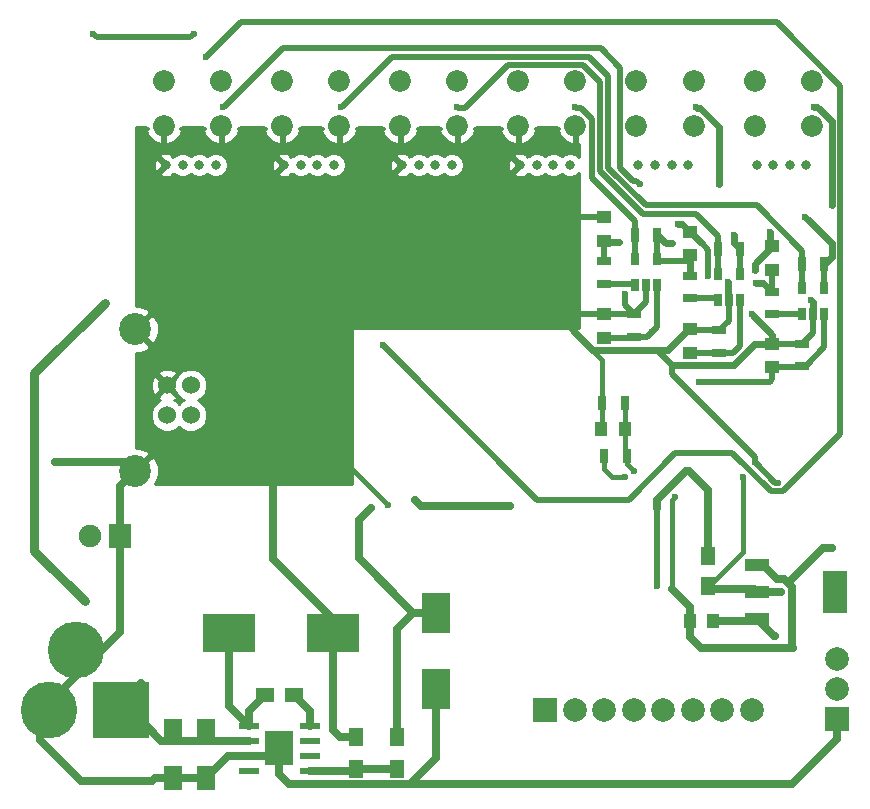
<source format=gbl>
G04 #@! TF.FileFunction,Copper,L2,Bot,Signal*
%FSLAX46Y46*%
G04 Gerber Fmt 4.6, Leading zero omitted, Abs format (unit mm)*
G04 Created by KiCad (PCBNEW 4.0.1-stable) date 17.05.2016 13:35:17*
%MOMM*%
G01*
G04 APERTURE LIST*
%ADD10C,0.100000*%
%ADD11C,4.800600*%
%ADD12R,4.800600X4.800600*%
%ADD13R,0.650000X1.060000*%
%ADD14C,1.524000*%
%ADD15C,2.700020*%
%ADD16O,1.850000X1.850000*%
%ADD17C,0.800000*%
%ADD18R,1.900000X2.000000*%
%ADD19C,1.900000*%
%ADD20R,1.250000X1.000000*%
%ADD21R,1.000000X1.250000*%
%ADD22R,0.700000X1.300000*%
%ADD23R,1.300000X0.700000*%
%ADD24R,2.032000X3.657600*%
%ADD25R,2.032000X1.016000*%
%ADD26R,2.000000X2.000000*%
%ADD27C,2.000000*%
%ADD28R,1.600000X2.000000*%
%ADD29R,1.500000X1.250000*%
%ADD30R,4.500880X3.299460*%
%ADD31R,4.498340X3.299460*%
%ADD32R,1.300000X1.500000*%
%ADD33R,1.778000X0.533400*%
%ADD34R,2.489200X2.997200*%
%ADD35R,2.400300X3.500120*%
%ADD36R,1.250000X1.500000*%
%ADD37C,0.600000*%
%ADD38C,0.700000*%
%ADD39C,0.500000*%
%ADD40C,0.450000*%
%ADD41C,0.600000*%
%ADD42C,0.750000*%
%ADD43C,0.254000*%
G04 APERTURE END LIST*
D10*
D11*
X97750000Y-107750000D03*
D12*
X103846000Y-107750000D03*
D11*
X100036000Y-102670000D03*
D13*
X163400000Y-74250000D03*
X162450000Y-74250000D03*
X161500000Y-74250000D03*
X161500000Y-72050000D03*
X163400000Y-72050000D03*
D14*
X109748980Y-82790000D03*
X109748980Y-80250000D03*
X107750000Y-80250000D03*
X107750000Y-82790000D03*
D15*
X105049980Y-87519480D03*
X105049980Y-75520520D03*
D16*
X127480000Y-58340000D03*
X127480000Y-54500000D03*
X132320000Y-54500000D03*
D17*
X131850000Y-61610000D03*
X130450000Y-61610000D03*
X129050000Y-61610000D03*
D16*
X132320000Y-58340000D03*
D17*
X127650000Y-61610000D03*
D16*
X147480000Y-58340000D03*
X147480000Y-54500000D03*
X152320000Y-54500000D03*
D17*
X151850000Y-61610000D03*
X150450000Y-61610000D03*
X149050000Y-61610000D03*
D16*
X152320000Y-58340000D03*
D17*
X147650000Y-61610000D03*
D16*
X157480000Y-58340000D03*
X157480000Y-54500000D03*
X162320000Y-54500000D03*
D17*
X161850000Y-61610000D03*
X160450000Y-61610000D03*
X159050000Y-61610000D03*
D16*
X162320000Y-58340000D03*
D17*
X157650000Y-61610000D03*
D16*
X137480000Y-58340000D03*
X137480000Y-54500000D03*
X142320000Y-54500000D03*
D17*
X141850000Y-61610000D03*
X140450000Y-61610000D03*
X139050000Y-61610000D03*
D16*
X142320000Y-58340000D03*
D17*
X137650000Y-61610000D03*
D16*
X117480000Y-58340000D03*
X117480000Y-54500000D03*
X122320000Y-54500000D03*
D17*
X121850000Y-61610000D03*
X120450000Y-61610000D03*
X119050000Y-61610000D03*
D16*
X122320000Y-58340000D03*
D17*
X117650000Y-61610000D03*
D16*
X107480000Y-58340000D03*
X107480000Y-54500000D03*
X112320000Y-54500000D03*
D17*
X111850000Y-61610000D03*
X110450000Y-61610000D03*
X109050000Y-61610000D03*
D16*
X112320000Y-58340000D03*
D17*
X107650000Y-61610000D03*
D18*
X103750000Y-93000000D03*
D19*
X101210000Y-93000000D03*
D20*
X152000000Y-75500000D03*
X152000000Y-77500000D03*
D21*
X152000000Y-100250000D03*
X154000000Y-100250000D03*
X144500000Y-84000000D03*
X146500000Y-84000000D03*
D20*
X152000000Y-67250000D03*
X152000000Y-69250000D03*
X159000000Y-76750000D03*
X159000000Y-78750000D03*
X144750000Y-74250000D03*
X144750000Y-76250000D03*
X159000000Y-68500000D03*
X159000000Y-70500000D03*
X144750000Y-66000000D03*
X144750000Y-68000000D03*
D22*
X144600000Y-81750000D03*
X146500000Y-81750000D03*
X144750000Y-86250000D03*
X146650000Y-86250000D03*
D23*
X154500000Y-75600000D03*
X154500000Y-77500000D03*
X152000000Y-71000000D03*
X152000000Y-72900000D03*
D22*
X156250000Y-68750000D03*
X154350000Y-68750000D03*
D23*
X161500000Y-76750000D03*
X161500000Y-78650000D03*
X147250000Y-74250000D03*
X147250000Y-76150000D03*
X159000000Y-72350000D03*
X159000000Y-74250000D03*
D22*
X163400000Y-70000000D03*
X161500000Y-70000000D03*
D23*
X144750000Y-69750000D03*
X144750000Y-71650000D03*
D22*
X149250000Y-67500000D03*
X147350000Y-67500000D03*
D24*
X164250000Y-97750000D03*
D25*
X157646000Y-97750000D03*
X157646000Y-95464000D03*
X157646000Y-100036000D03*
D13*
X156250000Y-73000000D03*
X155300000Y-73000000D03*
X154350000Y-73000000D03*
X154350000Y-70800000D03*
X156250000Y-70800000D03*
X149250000Y-71750000D03*
X148300000Y-71750000D03*
X147350000Y-71750000D03*
X147350000Y-69550000D03*
X149250000Y-69550000D03*
D26*
X139737000Y-107750000D03*
D27*
X142250000Y-107750000D03*
X144750000Y-107750000D03*
X147250000Y-107750000D03*
X149750000Y-107750000D03*
X152250000Y-107750000D03*
X154750000Y-107750000D03*
X157250000Y-107750000D03*
D26*
X164500000Y-108500000D03*
D27*
X164500000Y-105960000D03*
X164500000Y-103460000D03*
D28*
X108250000Y-109500000D03*
X108250000Y-113500000D03*
X111000000Y-109500000D03*
X111000000Y-113500000D03*
D29*
X116000000Y-106500000D03*
X118500000Y-106500000D03*
D30*
X113000000Y-101250000D03*
D31*
X121798560Y-101250000D03*
D32*
X127250000Y-112750000D03*
X127250000Y-110050000D03*
X123750000Y-110050000D03*
X123750000Y-112750000D03*
D33*
X119815400Y-109095000D03*
X119815400Y-110365000D03*
X119815400Y-111635000D03*
X119815400Y-112905000D03*
X114684600Y-112905000D03*
X114684600Y-111635000D03*
X114684600Y-110365000D03*
X114684600Y-109095000D03*
D34*
X117250000Y-111000000D03*
D35*
X130500000Y-99500000D03*
X130500000Y-106002400D03*
D36*
X153500000Y-97250000D03*
X153500000Y-94750000D03*
D37*
X121798560Y-108500000D03*
X159250000Y-101500000D03*
X149250000Y-90679856D03*
X149250000Y-97279992D03*
X153524998Y-71000000D03*
X159500000Y-88500000D03*
X157500000Y-86750000D03*
X162250000Y-73000000D03*
X157250000Y-74250000D03*
X155250000Y-71500000D03*
X157500000Y-70500000D03*
X158750000Y-67250000D03*
X150978858Y-66603439D03*
X146500000Y-72500000D03*
X113750000Y-82000000D03*
X113750000Y-74250000D03*
X98250000Y-86750000D03*
X116750000Y-91500000D03*
X126425020Y-90385409D03*
X116750000Y-95000000D03*
X116750000Y-95000000D03*
X153250000Y-77500000D03*
X147250000Y-87500000D03*
X152750000Y-80000000D03*
X148800000Y-75750000D03*
X127250000Y-100849850D03*
X127250000Y-108575000D03*
X125000000Y-90650000D03*
X164000000Y-94000000D03*
X146500000Y-88000000D03*
X150750000Y-89750000D03*
X150500000Y-97500000D03*
X161750000Y-66000000D03*
X164000000Y-68250000D03*
X157565693Y-71565693D03*
X155750000Y-67500000D03*
X150500000Y-68200000D03*
X146010000Y-68160000D03*
X128750000Y-89950000D03*
X136750000Y-90500000D03*
X159750000Y-97750000D03*
X156500000Y-88000000D03*
X112500000Y-56664660D03*
X147750000Y-63250000D03*
X122500000Y-56664660D03*
X142250000Y-56664660D03*
X132250000Y-56664660D03*
X152500000Y-56664660D03*
X154500000Y-63250000D03*
X162500000Y-56664660D03*
X164000000Y-65000000D03*
X111000000Y-52500000D03*
X126000000Y-76850000D03*
X110000000Y-50500000D03*
X101500000Y-50500000D03*
X100750000Y-98500000D03*
X102500000Y-73250000D03*
D38*
X149250000Y-90679856D02*
X149250000Y-89991998D01*
X149250000Y-89991998D02*
X151692058Y-87549940D01*
X151692058Y-87549940D02*
X151899570Y-87549940D01*
X151899570Y-87549940D02*
X153500000Y-89150370D01*
X153500000Y-89150370D02*
X153500000Y-92502040D01*
X153500000Y-92502040D02*
X153500000Y-94750000D01*
X121798560Y-101250000D02*
X121798560Y-108500000D01*
X121798560Y-108500000D02*
X121798560Y-109448560D01*
X114684600Y-111635000D02*
X116615000Y-111635000D01*
X116615000Y-111635000D02*
X117250000Y-111000000D01*
X164500000Y-108500000D02*
X164500000Y-110200000D01*
X164500000Y-110200000D02*
X160649999Y-114050001D01*
X160649999Y-114050001D02*
X128290001Y-114050001D01*
X130500000Y-106002400D02*
X130500000Y-111840002D01*
X130500000Y-111840002D02*
X128290001Y-114050001D01*
X128290001Y-114050001D02*
X118101401Y-114050001D01*
X118101401Y-114050001D02*
X117250000Y-113198600D01*
X117250000Y-113198600D02*
X117250000Y-111000000D01*
X121798560Y-109448560D02*
X122400000Y-110050000D01*
X122400000Y-110050000D02*
X123750000Y-110050000D01*
X99404000Y-105500000D02*
X103750000Y-101154000D01*
X103750000Y-101154000D02*
X103750000Y-93000000D01*
X121798560Y-100048560D02*
X116750000Y-95000000D01*
X159250000Y-101500000D02*
X159110000Y-101500000D01*
X159110000Y-101500000D02*
X157646000Y-100036000D01*
D39*
X149250000Y-97279992D02*
X149250000Y-90679856D01*
X153524998Y-68774998D02*
X153524998Y-71000000D01*
X153000000Y-68250000D02*
X153524998Y-68774998D01*
D40*
X144600000Y-81750000D02*
X144600000Y-78100000D01*
X144600000Y-78100000D02*
X143750001Y-77250001D01*
X144600000Y-81750000D02*
X144600000Y-83900000D01*
X144600000Y-83900000D02*
X144500000Y-84000000D01*
D38*
X157432000Y-100250000D02*
X157646000Y-100036000D01*
D39*
X159500000Y-88500000D02*
X159250000Y-88500000D01*
X159250000Y-88500000D02*
X157500000Y-86750000D01*
X157500000Y-86750000D02*
X157500000Y-86325736D01*
X157500000Y-86325736D02*
X150500000Y-79325736D01*
X150500000Y-79325736D02*
X150500000Y-78500001D01*
D41*
X150124999Y-77250001D02*
X149250000Y-77250001D01*
X149250000Y-77250001D02*
X143750001Y-77250001D01*
X159000000Y-76750000D02*
X157460674Y-76750000D01*
X157460674Y-76750000D02*
X155710673Y-78500001D01*
X155710673Y-78500001D02*
X150500000Y-78500001D01*
X150500000Y-78500001D02*
X149250000Y-77250001D01*
X143750001Y-77250001D02*
X142000000Y-75500000D01*
X152000000Y-75500000D02*
X151875000Y-75500000D01*
X151875000Y-75500000D02*
X150124999Y-77250001D01*
X162250000Y-73000000D02*
X162450000Y-73200000D01*
X162450000Y-73200000D02*
X162450000Y-74250000D01*
X159000000Y-76750000D02*
X159000000Y-76000000D01*
X159000000Y-76000000D02*
X157250000Y-74250000D01*
X155250000Y-71500000D02*
X155250000Y-72950000D01*
X155250000Y-72950000D02*
X155300000Y-73000000D01*
X157500000Y-70500000D02*
X157500000Y-70000000D01*
X157500000Y-70000000D02*
X159000000Y-68500000D01*
X158750000Y-67250000D02*
X158750000Y-68250000D01*
X158750000Y-68250000D02*
X159000000Y-68500000D01*
X150978858Y-66603439D02*
X151353439Y-66603439D01*
X151353439Y-66603439D02*
X152000000Y-67250000D01*
X153000000Y-68250000D02*
X152000000Y-67250000D01*
D39*
X146500000Y-72500000D02*
X146500000Y-73500000D01*
X146500000Y-73500000D02*
X147250000Y-74250000D01*
X161500000Y-76750000D02*
X162450000Y-75800000D01*
X162450000Y-75800000D02*
X162450000Y-74250000D01*
X159000000Y-76750000D02*
X161500000Y-76750000D01*
X154500000Y-75600000D02*
X152100000Y-75600000D01*
X152100000Y-75600000D02*
X152000000Y-75500000D01*
X155300000Y-73000000D02*
X155300000Y-74800000D01*
X155300000Y-74800000D02*
X154500000Y-75600000D01*
X148300000Y-71750000D02*
X148300000Y-73200000D01*
X148300000Y-73200000D02*
X147250000Y-74250000D01*
X144750000Y-74250000D02*
X142500000Y-74250000D01*
X147250000Y-74250000D02*
X144750000Y-74250000D01*
X144750000Y-66000000D02*
X142250000Y-66000000D01*
D38*
X98250000Y-86750000D02*
X104280500Y-86750000D01*
X104280500Y-86750000D02*
X105049980Y-87519480D01*
X116750000Y-95000000D02*
X116750000Y-91500000D01*
X116750000Y-91500000D02*
X116750000Y-88000000D01*
X103750000Y-93000000D02*
X103750000Y-88819460D01*
X103750000Y-88819460D02*
X105049980Y-87519480D01*
D40*
X126125021Y-90085410D02*
X126425020Y-90385409D01*
X123250000Y-87210389D02*
X126125021Y-90085410D01*
X123250000Y-87000000D02*
X123250000Y-87210389D01*
D38*
X116750000Y-87750000D02*
X116750000Y-88000000D01*
X100493554Y-113750000D02*
X106500000Y-113750000D01*
X106500000Y-113750000D02*
X106750000Y-113500000D01*
X106750000Y-113500000D02*
X108250000Y-113500000D01*
X99404000Y-105500000D02*
X97003701Y-107900299D01*
X97003701Y-107900299D02*
X97003701Y-110260147D01*
X97003701Y-110260147D02*
X100493554Y-113750000D01*
X111000000Y-113500000D02*
X112865000Y-111635000D01*
X112865000Y-111635000D02*
X114684600Y-111635000D01*
X108250000Y-113500000D02*
X111000000Y-113500000D01*
X154000000Y-100250000D02*
X157432000Y-100250000D01*
D39*
X152000000Y-77500000D02*
X153250000Y-77500000D01*
X153250000Y-77500000D02*
X154500000Y-77500000D01*
X154500000Y-77500000D02*
X155650000Y-77500000D01*
X155650000Y-77500000D02*
X156250000Y-76900000D01*
X156250000Y-76900000D02*
X156250000Y-74030000D01*
X156250000Y-74030000D02*
X156250000Y-73000000D01*
D40*
X146500000Y-81750000D02*
X146500000Y-84000000D01*
X146650000Y-86250000D02*
X146650000Y-86900000D01*
X146650000Y-86900000D02*
X147250000Y-87500000D01*
X146500000Y-84000000D02*
X146500000Y-86100000D01*
X146500000Y-86100000D02*
X146650000Y-86250000D01*
D39*
X152750000Y-80000000D02*
X158750000Y-80000000D01*
X158750000Y-80000000D02*
X159000000Y-79750000D01*
X159000000Y-79750000D02*
X159000000Y-78750000D01*
X161500000Y-78650000D02*
X161800000Y-78650000D01*
X161800000Y-78650000D02*
X163400000Y-77050000D01*
X163400000Y-77050000D02*
X163400000Y-75280000D01*
X163400000Y-75280000D02*
X163400000Y-74250000D01*
X159000000Y-78750000D02*
X161400000Y-78750000D01*
X161400000Y-78750000D02*
X161500000Y-78650000D01*
X148400000Y-76150000D02*
X148800000Y-75750000D01*
X148800000Y-75750000D02*
X149250000Y-75300000D01*
X147250000Y-76150000D02*
X148400000Y-76150000D01*
X149250000Y-75300000D02*
X149250000Y-72780000D01*
X149250000Y-72780000D02*
X149250000Y-71750000D01*
X144750000Y-76250000D02*
X147150000Y-76250000D01*
X147150000Y-76250000D02*
X147250000Y-76150000D01*
X152000000Y-72900000D02*
X154250000Y-72900000D01*
X154250000Y-72900000D02*
X154350000Y-73000000D01*
X159000000Y-74250000D02*
X161500000Y-74250000D01*
X144750000Y-71650000D02*
X147250000Y-71650000D01*
X147250000Y-71650000D02*
X147350000Y-71750000D01*
D38*
X124000000Y-94900150D02*
X124000000Y-91650000D01*
X124000000Y-91650000D02*
X125000000Y-90650000D01*
X128599850Y-99500000D02*
X124000000Y-94900150D01*
X127250000Y-110000000D02*
X127250000Y-100849850D01*
X127250000Y-100849850D02*
X128599850Y-99500000D01*
X128599850Y-99500000D02*
X130500000Y-99500000D01*
X160650010Y-97377204D02*
X160272806Y-97000000D01*
X160272806Y-97000000D02*
X159944806Y-96672000D01*
X164000000Y-94000000D02*
X163272806Y-94000000D01*
X163272806Y-94000000D02*
X160272806Y-97000000D01*
X160750000Y-102500000D02*
X160650010Y-102400010D01*
X160650010Y-102400010D02*
X160650010Y-97377204D01*
X159944806Y-96672000D02*
X159362000Y-96672000D01*
X152925000Y-102500000D02*
X160750000Y-102500000D01*
X152000000Y-100250000D02*
X152000000Y-101575000D01*
X152000000Y-101575000D02*
X152925000Y-102500000D01*
D41*
X152000000Y-69250000D02*
X152000000Y-71000000D01*
D40*
X145400000Y-88000000D02*
X146500000Y-88000000D01*
X144750000Y-86250000D02*
X144750000Y-87350000D01*
X144750000Y-87350000D02*
X145400000Y-88000000D01*
X150500000Y-97500000D02*
X150500000Y-90000000D01*
X150500000Y-90000000D02*
X150750000Y-89750000D01*
D38*
X152000000Y-100250000D02*
X152000000Y-99000000D01*
X152000000Y-99000000D02*
X150500000Y-97500000D01*
X152000000Y-100250000D02*
X152000000Y-100375000D01*
X159362000Y-96672000D02*
X158154000Y-95464000D01*
X158154000Y-95464000D02*
X157646000Y-95464000D01*
D41*
X161750000Y-66000000D02*
X164000000Y-68250000D01*
X164000000Y-68250000D02*
X164000000Y-69400000D01*
X164000000Y-69400000D02*
X163400000Y-70000000D01*
X157565693Y-71565693D02*
X158215693Y-71565693D01*
X158215693Y-71565693D02*
X159000000Y-72350000D01*
X155750000Y-67500000D02*
X155750000Y-68250000D01*
X155750000Y-68250000D02*
X156250000Y-68750000D01*
X150500000Y-68200000D02*
X149950000Y-68200000D01*
X149950000Y-68200000D02*
X149250000Y-67500000D01*
X146010000Y-68160000D02*
X144910000Y-68160000D01*
X144910000Y-68160000D02*
X144750000Y-68000000D01*
D39*
X163400000Y-72050000D02*
X163400000Y-70000000D01*
X159000000Y-70500000D02*
X159000000Y-72250000D01*
X156250000Y-70800000D02*
X156250000Y-68750000D01*
X152000000Y-69750000D02*
X150250000Y-69750000D01*
X150250000Y-69750000D02*
X149450000Y-69750000D01*
X149450000Y-69750000D02*
X149250000Y-69550000D01*
X149250000Y-67500000D02*
X149250000Y-69550000D01*
X144750000Y-68000000D02*
X144750000Y-69750000D01*
D38*
X129250000Y-90500000D02*
X128750000Y-90000000D01*
X128750000Y-90000000D02*
X128750000Y-89950000D01*
X136750000Y-90500000D02*
X129250000Y-90500000D01*
X159750000Y-97750000D02*
X157646000Y-97750000D01*
D40*
X153250000Y-97500000D02*
X153375000Y-97500000D01*
X156500000Y-94375000D02*
X156500000Y-94140002D01*
X153375000Y-97500000D02*
X156500000Y-94375000D01*
X156500000Y-94140002D02*
X156500000Y-88000000D01*
D38*
X153250000Y-97500000D02*
X157396000Y-97500000D01*
X157396000Y-97500000D02*
X157646000Y-97750000D01*
D39*
X117525023Y-51724977D02*
X112585340Y-56664660D01*
X112585340Y-56664660D02*
X112500000Y-56664660D01*
X146104999Y-53354999D02*
X144474977Y-51724977D01*
X144474977Y-51724977D02*
X117525023Y-51724977D01*
X147199966Y-62949966D02*
X146104999Y-61854999D01*
X146104999Y-61854999D02*
X146104999Y-53354999D01*
X147750000Y-63250000D02*
X147449966Y-62949966D01*
X147449966Y-62949966D02*
X147199966Y-62949966D01*
X161500000Y-70000000D02*
X161500000Y-68850000D01*
X126825012Y-52424988D02*
X122585340Y-56664660D01*
X161500000Y-68850000D02*
X157650000Y-65000000D01*
X157650000Y-65000000D02*
X148250000Y-65000000D01*
X143424988Y-52424988D02*
X126825012Y-52424988D01*
X148250000Y-65000000D02*
X145095021Y-61845021D01*
X145095021Y-61845021D02*
X145095022Y-54095022D01*
X145095022Y-54095022D02*
X143424988Y-52424988D01*
X122585340Y-56664660D02*
X122500000Y-56664660D01*
X161500000Y-70000000D02*
X161500000Y-72050000D01*
X147350000Y-67500000D02*
X147350000Y-69550000D01*
X143695001Y-61195001D02*
X143695001Y-61000000D01*
X143695001Y-61000000D02*
X143695001Y-57679999D01*
X147350000Y-67500000D02*
X147350000Y-66350000D01*
X147350000Y-66350000D02*
X143695001Y-62695001D01*
X143695001Y-62695001D02*
X143695001Y-61000000D01*
X142335340Y-56750000D02*
X142250000Y-56664660D01*
X142765002Y-56750000D02*
X142335340Y-56750000D01*
X143695001Y-57679999D02*
X142765002Y-56750000D01*
X154350000Y-68750000D02*
X154350000Y-67600000D01*
X154350000Y-67600000D02*
X152500000Y-65750000D01*
X152500000Y-65750000D02*
X148000000Y-65750000D01*
X136625001Y-53124999D02*
X133000000Y-56750000D01*
X148000000Y-65750000D02*
X144395011Y-62145011D01*
X144395011Y-54540009D02*
X142980001Y-53124999D01*
X144395011Y-62145011D02*
X144395011Y-54540009D01*
X142980001Y-53124999D02*
X136625001Y-53124999D01*
X133000000Y-56750000D02*
X132335340Y-56750000D01*
X132335340Y-56750000D02*
X132250000Y-56664660D01*
X154350000Y-70800000D02*
X154350000Y-68750000D01*
D41*
X152839002Y-56750000D02*
X152585340Y-56750000D01*
X152585340Y-56750000D02*
X152500000Y-56664660D01*
X154500000Y-63250000D02*
X154500000Y-58410998D01*
X154500000Y-58410998D02*
X152839002Y-56750000D01*
X164000000Y-65000000D02*
X164000000Y-57910998D01*
X164000000Y-57910998D02*
X162753662Y-56664660D01*
X162753662Y-56664660D02*
X162500000Y-56664660D01*
D39*
X164750010Y-54895008D02*
X159355002Y-49500000D01*
X126000000Y-76850000D02*
X139079855Y-89929855D01*
X139079855Y-89929855D02*
X146820145Y-89929855D01*
X146820145Y-89929855D02*
X150750000Y-86000000D01*
X150750000Y-86000000D02*
X155610002Y-86000000D01*
X155610002Y-86000000D02*
X158860003Y-89250001D01*
X158860003Y-89250001D02*
X159860001Y-89250001D01*
X159860001Y-89250001D02*
X164750010Y-84359992D01*
X164750010Y-84359992D02*
X164750010Y-54895008D01*
X159355002Y-49500000D02*
X114000000Y-49500000D01*
X114000000Y-49500000D02*
X111000000Y-52500000D01*
X109700001Y-50799999D02*
X110000000Y-50500000D01*
X101500000Y-50500000D02*
X101799999Y-50799999D01*
X101799999Y-50799999D02*
X109700001Y-50799999D01*
D38*
X105500000Y-105500000D02*
X105500000Y-108600300D01*
X105500000Y-108600300D02*
X107264700Y-110365000D01*
X107264700Y-110365000D02*
X113095600Y-110365000D01*
X113095600Y-110365000D02*
X114684600Y-110365000D01*
X114684600Y-109095000D02*
X114684600Y-107815400D01*
X114684600Y-107815400D02*
X116000000Y-106500000D01*
X113000000Y-104000000D02*
X113000000Y-101250000D01*
X113000000Y-104000000D02*
X113000000Y-107410400D01*
X113000000Y-107410400D02*
X114684600Y-109095000D01*
X119815400Y-109095000D02*
X119815400Y-107815400D01*
X119815400Y-107815400D02*
X118500000Y-106500000D01*
X123750000Y-112750000D02*
X127200000Y-112750000D01*
X127200000Y-112750000D02*
X127250000Y-112700000D01*
X119815400Y-112905000D02*
X123595000Y-112905000D01*
X123595000Y-112905000D02*
X123750000Y-112750000D01*
D42*
X96500000Y-79250000D02*
X96500000Y-94250000D01*
X96500000Y-94250000D02*
X100750000Y-98500000D01*
X102500000Y-73250000D02*
X96500000Y-79250000D01*
D43*
G36*
X105920000Y-58467002D02*
X106084516Y-58467002D01*
X105964188Y-58708664D01*
X106147466Y-59151161D01*
X106559317Y-59599354D01*
X107111334Y-59855821D01*
X107353000Y-59736081D01*
X107353000Y-58467000D01*
X107333000Y-58467000D01*
X107333000Y-58377000D01*
X107627000Y-58377000D01*
X107627000Y-58467000D01*
X107607000Y-58467000D01*
X107607000Y-59736081D01*
X107848666Y-59855821D01*
X108400683Y-59599354D01*
X108812534Y-59151161D01*
X108995812Y-58708664D01*
X108875484Y-58467002D01*
X109040000Y-58467002D01*
X109040000Y-58377000D01*
X110760000Y-58377000D01*
X110760000Y-58467002D01*
X110924516Y-58467002D01*
X110804188Y-58708664D01*
X110987466Y-59151161D01*
X111399317Y-59599354D01*
X111951334Y-59855821D01*
X112193000Y-59736081D01*
X112193000Y-58467000D01*
X112173000Y-58467000D01*
X112173000Y-58377000D01*
X112467000Y-58377000D01*
X112467000Y-58467000D01*
X112447000Y-58467000D01*
X112447000Y-59736081D01*
X112688666Y-59855821D01*
X113240683Y-59599354D01*
X113652534Y-59151161D01*
X113835812Y-58708664D01*
X113715484Y-58467002D01*
X113880000Y-58467002D01*
X113880000Y-58377000D01*
X115920000Y-58377000D01*
X115920000Y-58467002D01*
X116084516Y-58467002D01*
X115964188Y-58708664D01*
X116147466Y-59151161D01*
X116559317Y-59599354D01*
X117111334Y-59855821D01*
X117353000Y-59736081D01*
X117353000Y-58467000D01*
X117333000Y-58467000D01*
X117333000Y-58377000D01*
X117627000Y-58377000D01*
X117627000Y-58467000D01*
X117607000Y-58467000D01*
X117607000Y-59736081D01*
X117848666Y-59855821D01*
X118400683Y-59599354D01*
X118812534Y-59151161D01*
X118995812Y-58708664D01*
X118875484Y-58467002D01*
X119040000Y-58467002D01*
X119040000Y-58377000D01*
X120760000Y-58377000D01*
X120760000Y-58467002D01*
X120924516Y-58467002D01*
X120804188Y-58708664D01*
X120987466Y-59151161D01*
X121399317Y-59599354D01*
X121951334Y-59855821D01*
X122193000Y-59736081D01*
X122193000Y-58467000D01*
X122173000Y-58467000D01*
X122173000Y-58377000D01*
X122467000Y-58377000D01*
X122467000Y-58467000D01*
X122447000Y-58467000D01*
X122447000Y-59736081D01*
X122688666Y-59855821D01*
X123240683Y-59599354D01*
X123652534Y-59151161D01*
X123835812Y-58708664D01*
X123715484Y-58467002D01*
X123880000Y-58467002D01*
X123880000Y-58377000D01*
X125920000Y-58377000D01*
X125920000Y-58467002D01*
X126084516Y-58467002D01*
X125964188Y-58708664D01*
X126147466Y-59151161D01*
X126559317Y-59599354D01*
X127111334Y-59855821D01*
X127353000Y-59736081D01*
X127353000Y-58467000D01*
X127333000Y-58467000D01*
X127333000Y-58377000D01*
X127627000Y-58377000D01*
X127627000Y-58467000D01*
X127607000Y-58467000D01*
X127607000Y-59736081D01*
X127848666Y-59855821D01*
X128400683Y-59599354D01*
X128812534Y-59151161D01*
X128995812Y-58708664D01*
X128875484Y-58467002D01*
X129040000Y-58467002D01*
X129040000Y-58377000D01*
X130760000Y-58377000D01*
X130760000Y-58467002D01*
X130924516Y-58467002D01*
X130804188Y-58708664D01*
X130987466Y-59151161D01*
X131399317Y-59599354D01*
X131951334Y-59855821D01*
X132193000Y-59736081D01*
X132193000Y-58467000D01*
X132173000Y-58467000D01*
X132173000Y-58377000D01*
X132467000Y-58377000D01*
X132467000Y-58467000D01*
X132447000Y-58467000D01*
X132447000Y-59736081D01*
X132688666Y-59855821D01*
X133240683Y-59599354D01*
X133652534Y-59151161D01*
X133835812Y-58708664D01*
X133715484Y-58467002D01*
X133880000Y-58467002D01*
X133880000Y-58377000D01*
X135920000Y-58377000D01*
X135920000Y-58467002D01*
X136084516Y-58467002D01*
X135964188Y-58708664D01*
X136147466Y-59151161D01*
X136559317Y-59599354D01*
X137111334Y-59855821D01*
X137353000Y-59736081D01*
X137353000Y-58467000D01*
X137333000Y-58467000D01*
X137333000Y-58377000D01*
X137627000Y-58377000D01*
X137627000Y-58467000D01*
X137607000Y-58467000D01*
X137607000Y-59736081D01*
X137848666Y-59855821D01*
X138400683Y-59599354D01*
X138812534Y-59151161D01*
X138995812Y-58708664D01*
X138875484Y-58467002D01*
X139040000Y-58467002D01*
X139040000Y-58377000D01*
X140760000Y-58377000D01*
X140760000Y-58467002D01*
X140924516Y-58467002D01*
X140804188Y-58708664D01*
X140987466Y-59151161D01*
X141399317Y-59599354D01*
X141951334Y-59855821D01*
X142193000Y-59736081D01*
X142193000Y-58467000D01*
X142173000Y-58467000D01*
X142173000Y-58377000D01*
X142467000Y-58377000D01*
X142467000Y-58467000D01*
X142447000Y-58467000D01*
X142447000Y-59736081D01*
X142623000Y-59823285D01*
X142623000Y-60919360D01*
X142437046Y-60733081D01*
X142056777Y-60575180D01*
X141645029Y-60574821D01*
X141264485Y-60732058D01*
X141150056Y-60846288D01*
X141037046Y-60733081D01*
X140656777Y-60575180D01*
X140245029Y-60574821D01*
X139864485Y-60732058D01*
X139750056Y-60846288D01*
X139637046Y-60733081D01*
X139256777Y-60575180D01*
X138845029Y-60574821D01*
X138464485Y-60732058D01*
X138362617Y-60833749D01*
X138304630Y-60775762D01*
X138187745Y-60892647D01*
X138163023Y-60687820D01*
X137771069Y-60561691D01*
X137360682Y-60595158D01*
X137136977Y-60687820D01*
X137112255Y-60892650D01*
X137650000Y-61430395D01*
X137664143Y-61416253D01*
X137843748Y-61595858D01*
X137829605Y-61610000D01*
X137843748Y-61624143D01*
X137664143Y-61803748D01*
X137650000Y-61789605D01*
X137112255Y-62327350D01*
X137136977Y-62532180D01*
X137528931Y-62658309D01*
X137939318Y-62624842D01*
X138163023Y-62532180D01*
X138187745Y-62327353D01*
X138304630Y-62444238D01*
X138362539Y-62386329D01*
X138462954Y-62486919D01*
X138843223Y-62644820D01*
X139254971Y-62645179D01*
X139635515Y-62487942D01*
X139749944Y-62373712D01*
X139862954Y-62486919D01*
X140243223Y-62644820D01*
X140654971Y-62645179D01*
X141035515Y-62487942D01*
X141149944Y-62373712D01*
X141262954Y-62486919D01*
X141643223Y-62644820D01*
X142054971Y-62645179D01*
X142435515Y-62487942D01*
X142623000Y-62300784D01*
X142623000Y-75373000D01*
X123500000Y-75373000D01*
X123450590Y-75383006D01*
X123408965Y-75411447D01*
X123381685Y-75453841D01*
X123373000Y-75500000D01*
X123373000Y-88623000D01*
X106718067Y-88623000D01*
X106758770Y-88604008D01*
X107043727Y-87867528D01*
X107025154Y-87078060D01*
X106758770Y-86434952D01*
X106455581Y-86293484D01*
X105229585Y-87519480D01*
X105243728Y-87533623D01*
X105127000Y-87650350D01*
X105127000Y-87262855D01*
X106275976Y-86113879D01*
X106134508Y-85810690D01*
X105398028Y-85525733D01*
X105127000Y-85532109D01*
X105127000Y-83066661D01*
X106352758Y-83066661D01*
X106564990Y-83580303D01*
X106957630Y-83973629D01*
X107470900Y-84186757D01*
X108026661Y-84187242D01*
X108540303Y-83975010D01*
X108749510Y-83766168D01*
X108956610Y-83973629D01*
X109469880Y-84186757D01*
X110025641Y-84187242D01*
X110539283Y-83975010D01*
X110932609Y-83582370D01*
X111145737Y-83069100D01*
X111146222Y-82513339D01*
X110933990Y-81999697D01*
X110541350Y-81606371D01*
X110333468Y-81520051D01*
X110539283Y-81435010D01*
X110932609Y-81042370D01*
X111145737Y-80529100D01*
X111146222Y-79973339D01*
X110933990Y-79459697D01*
X110541350Y-79066371D01*
X110028080Y-78853243D01*
X109472319Y-78852758D01*
X108958677Y-79064990D01*
X108565351Y-79457630D01*
X108454134Y-79725471D01*
X107929605Y-80250000D01*
X108454169Y-80774564D01*
X108563970Y-81040303D01*
X108956610Y-81433629D01*
X109164492Y-81519949D01*
X108958677Y-81604990D01*
X108749470Y-81813832D01*
X108542370Y-81606371D01*
X108350273Y-81526605D01*
X108481143Y-81472397D01*
X108550608Y-81230213D01*
X107750000Y-80429605D01*
X106949392Y-81230213D01*
X107018857Y-81472397D01*
X107159318Y-81522509D01*
X106959697Y-81604990D01*
X106566371Y-81997630D01*
X106353243Y-82510900D01*
X106352758Y-83066661D01*
X105127000Y-83066661D01*
X105127000Y-80042302D01*
X106340856Y-80042302D01*
X106368638Y-80597368D01*
X106527603Y-80981143D01*
X106769787Y-81050608D01*
X107570395Y-80250000D01*
X106769787Y-79449392D01*
X106527603Y-79518857D01*
X106340856Y-80042302D01*
X105127000Y-80042302D01*
X105127000Y-79269787D01*
X106949392Y-79269787D01*
X107750000Y-80070395D01*
X108550608Y-79269787D01*
X108481143Y-79027603D01*
X107957698Y-78840856D01*
X107402632Y-78868638D01*
X107018857Y-79027603D01*
X106949392Y-79269787D01*
X105127000Y-79269787D01*
X105127000Y-77504267D01*
X105491400Y-77495694D01*
X106134508Y-77229310D01*
X106275976Y-76926121D01*
X105127000Y-75777145D01*
X105127000Y-75520520D01*
X105229585Y-75520520D01*
X106455581Y-76746516D01*
X106758770Y-76605048D01*
X107043727Y-75868568D01*
X107025154Y-75079100D01*
X106758770Y-74435992D01*
X106455581Y-74294524D01*
X105229585Y-75520520D01*
X105127000Y-75520520D01*
X105127000Y-75263895D01*
X106275976Y-74114919D01*
X106134508Y-73811730D01*
X105398028Y-73526773D01*
X105127000Y-73533149D01*
X105127000Y-61488931D01*
X106601691Y-61488931D01*
X106635158Y-61899318D01*
X106727820Y-62123023D01*
X106932650Y-62147745D01*
X107470395Y-61610000D01*
X106932650Y-61072255D01*
X106727820Y-61096977D01*
X106601691Y-61488931D01*
X105127000Y-61488931D01*
X105127000Y-60892650D01*
X107112255Y-60892650D01*
X107650000Y-61430395D01*
X107664143Y-61416253D01*
X107843748Y-61595858D01*
X107829605Y-61610000D01*
X107843748Y-61624143D01*
X107664143Y-61803748D01*
X107650000Y-61789605D01*
X107112255Y-62327350D01*
X107136977Y-62532180D01*
X107528931Y-62658309D01*
X107939318Y-62624842D01*
X108163023Y-62532180D01*
X108187745Y-62327353D01*
X108304630Y-62444238D01*
X108362539Y-62386329D01*
X108462954Y-62486919D01*
X108843223Y-62644820D01*
X109254971Y-62645179D01*
X109635515Y-62487942D01*
X109749944Y-62373712D01*
X109862954Y-62486919D01*
X110243223Y-62644820D01*
X110654971Y-62645179D01*
X111035515Y-62487942D01*
X111149944Y-62373712D01*
X111262954Y-62486919D01*
X111643223Y-62644820D01*
X112054971Y-62645179D01*
X112435515Y-62487942D01*
X112726919Y-62197046D01*
X112884820Y-61816777D01*
X112885105Y-61488931D01*
X116601691Y-61488931D01*
X116635158Y-61899318D01*
X116727820Y-62123023D01*
X116932650Y-62147745D01*
X117470395Y-61610000D01*
X116932650Y-61072255D01*
X116727820Y-61096977D01*
X116601691Y-61488931D01*
X112885105Y-61488931D01*
X112885179Y-61405029D01*
X112727942Y-61024485D01*
X112596337Y-60892650D01*
X117112255Y-60892650D01*
X117650000Y-61430395D01*
X117664143Y-61416253D01*
X117843748Y-61595858D01*
X117829605Y-61610000D01*
X117843748Y-61624143D01*
X117664143Y-61803748D01*
X117650000Y-61789605D01*
X117112255Y-62327350D01*
X117136977Y-62532180D01*
X117528931Y-62658309D01*
X117939318Y-62624842D01*
X118163023Y-62532180D01*
X118187745Y-62327353D01*
X118304630Y-62444238D01*
X118362539Y-62386329D01*
X118462954Y-62486919D01*
X118843223Y-62644820D01*
X119254971Y-62645179D01*
X119635515Y-62487942D01*
X119749944Y-62373712D01*
X119862954Y-62486919D01*
X120243223Y-62644820D01*
X120654971Y-62645179D01*
X121035515Y-62487942D01*
X121149944Y-62373712D01*
X121262954Y-62486919D01*
X121643223Y-62644820D01*
X122054971Y-62645179D01*
X122435515Y-62487942D01*
X122726919Y-62197046D01*
X122884820Y-61816777D01*
X122885105Y-61488931D01*
X126601691Y-61488931D01*
X126635158Y-61899318D01*
X126727820Y-62123023D01*
X126932650Y-62147745D01*
X127470395Y-61610000D01*
X126932650Y-61072255D01*
X126727820Y-61096977D01*
X126601691Y-61488931D01*
X122885105Y-61488931D01*
X122885179Y-61405029D01*
X122727942Y-61024485D01*
X122596337Y-60892650D01*
X127112255Y-60892650D01*
X127650000Y-61430395D01*
X127664143Y-61416253D01*
X127843748Y-61595858D01*
X127829605Y-61610000D01*
X127843748Y-61624143D01*
X127664143Y-61803748D01*
X127650000Y-61789605D01*
X127112255Y-62327350D01*
X127136977Y-62532180D01*
X127528931Y-62658309D01*
X127939318Y-62624842D01*
X128163023Y-62532180D01*
X128187745Y-62327353D01*
X128304630Y-62444238D01*
X128362539Y-62386329D01*
X128462954Y-62486919D01*
X128843223Y-62644820D01*
X129254971Y-62645179D01*
X129635515Y-62487942D01*
X129749944Y-62373712D01*
X129862954Y-62486919D01*
X130243223Y-62644820D01*
X130654971Y-62645179D01*
X131035515Y-62487942D01*
X131149944Y-62373712D01*
X131262954Y-62486919D01*
X131643223Y-62644820D01*
X132054971Y-62645179D01*
X132435515Y-62487942D01*
X132726919Y-62197046D01*
X132884820Y-61816777D01*
X132885105Y-61488931D01*
X136601691Y-61488931D01*
X136635158Y-61899318D01*
X136727820Y-62123023D01*
X136932650Y-62147745D01*
X137470395Y-61610000D01*
X136932650Y-61072255D01*
X136727820Y-61096977D01*
X136601691Y-61488931D01*
X132885105Y-61488931D01*
X132885179Y-61405029D01*
X132727942Y-61024485D01*
X132437046Y-60733081D01*
X132056777Y-60575180D01*
X131645029Y-60574821D01*
X131264485Y-60732058D01*
X131150056Y-60846288D01*
X131037046Y-60733081D01*
X130656777Y-60575180D01*
X130245029Y-60574821D01*
X129864485Y-60732058D01*
X129750056Y-60846288D01*
X129637046Y-60733081D01*
X129256777Y-60575180D01*
X128845029Y-60574821D01*
X128464485Y-60732058D01*
X128362617Y-60833749D01*
X128304630Y-60775762D01*
X128187745Y-60892647D01*
X128163023Y-60687820D01*
X127771069Y-60561691D01*
X127360682Y-60595158D01*
X127136977Y-60687820D01*
X127112255Y-60892650D01*
X122596337Y-60892650D01*
X122437046Y-60733081D01*
X122056777Y-60575180D01*
X121645029Y-60574821D01*
X121264485Y-60732058D01*
X121150056Y-60846288D01*
X121037046Y-60733081D01*
X120656777Y-60575180D01*
X120245029Y-60574821D01*
X119864485Y-60732058D01*
X119750056Y-60846288D01*
X119637046Y-60733081D01*
X119256777Y-60575180D01*
X118845029Y-60574821D01*
X118464485Y-60732058D01*
X118362617Y-60833749D01*
X118304630Y-60775762D01*
X118187745Y-60892647D01*
X118163023Y-60687820D01*
X117771069Y-60561691D01*
X117360682Y-60595158D01*
X117136977Y-60687820D01*
X117112255Y-60892650D01*
X112596337Y-60892650D01*
X112437046Y-60733081D01*
X112056777Y-60575180D01*
X111645029Y-60574821D01*
X111264485Y-60732058D01*
X111150056Y-60846288D01*
X111037046Y-60733081D01*
X110656777Y-60575180D01*
X110245029Y-60574821D01*
X109864485Y-60732058D01*
X109750056Y-60846288D01*
X109637046Y-60733081D01*
X109256777Y-60575180D01*
X108845029Y-60574821D01*
X108464485Y-60732058D01*
X108362617Y-60833749D01*
X108304630Y-60775762D01*
X108187745Y-60892647D01*
X108163023Y-60687820D01*
X107771069Y-60561691D01*
X107360682Y-60595158D01*
X107136977Y-60687820D01*
X107112255Y-60892650D01*
X105127000Y-60892650D01*
X105127000Y-58377000D01*
X105920000Y-58377000D01*
X105920000Y-58467002D01*
X105920000Y-58467002D01*
G37*
X105920000Y-58467002D02*
X106084516Y-58467002D01*
X105964188Y-58708664D01*
X106147466Y-59151161D01*
X106559317Y-59599354D01*
X107111334Y-59855821D01*
X107353000Y-59736081D01*
X107353000Y-58467000D01*
X107333000Y-58467000D01*
X107333000Y-58377000D01*
X107627000Y-58377000D01*
X107627000Y-58467000D01*
X107607000Y-58467000D01*
X107607000Y-59736081D01*
X107848666Y-59855821D01*
X108400683Y-59599354D01*
X108812534Y-59151161D01*
X108995812Y-58708664D01*
X108875484Y-58467002D01*
X109040000Y-58467002D01*
X109040000Y-58377000D01*
X110760000Y-58377000D01*
X110760000Y-58467002D01*
X110924516Y-58467002D01*
X110804188Y-58708664D01*
X110987466Y-59151161D01*
X111399317Y-59599354D01*
X111951334Y-59855821D01*
X112193000Y-59736081D01*
X112193000Y-58467000D01*
X112173000Y-58467000D01*
X112173000Y-58377000D01*
X112467000Y-58377000D01*
X112467000Y-58467000D01*
X112447000Y-58467000D01*
X112447000Y-59736081D01*
X112688666Y-59855821D01*
X113240683Y-59599354D01*
X113652534Y-59151161D01*
X113835812Y-58708664D01*
X113715484Y-58467002D01*
X113880000Y-58467002D01*
X113880000Y-58377000D01*
X115920000Y-58377000D01*
X115920000Y-58467002D01*
X116084516Y-58467002D01*
X115964188Y-58708664D01*
X116147466Y-59151161D01*
X116559317Y-59599354D01*
X117111334Y-59855821D01*
X117353000Y-59736081D01*
X117353000Y-58467000D01*
X117333000Y-58467000D01*
X117333000Y-58377000D01*
X117627000Y-58377000D01*
X117627000Y-58467000D01*
X117607000Y-58467000D01*
X117607000Y-59736081D01*
X117848666Y-59855821D01*
X118400683Y-59599354D01*
X118812534Y-59151161D01*
X118995812Y-58708664D01*
X118875484Y-58467002D01*
X119040000Y-58467002D01*
X119040000Y-58377000D01*
X120760000Y-58377000D01*
X120760000Y-58467002D01*
X120924516Y-58467002D01*
X120804188Y-58708664D01*
X120987466Y-59151161D01*
X121399317Y-59599354D01*
X121951334Y-59855821D01*
X122193000Y-59736081D01*
X122193000Y-58467000D01*
X122173000Y-58467000D01*
X122173000Y-58377000D01*
X122467000Y-58377000D01*
X122467000Y-58467000D01*
X122447000Y-58467000D01*
X122447000Y-59736081D01*
X122688666Y-59855821D01*
X123240683Y-59599354D01*
X123652534Y-59151161D01*
X123835812Y-58708664D01*
X123715484Y-58467002D01*
X123880000Y-58467002D01*
X123880000Y-58377000D01*
X125920000Y-58377000D01*
X125920000Y-58467002D01*
X126084516Y-58467002D01*
X125964188Y-58708664D01*
X126147466Y-59151161D01*
X126559317Y-59599354D01*
X127111334Y-59855821D01*
X127353000Y-59736081D01*
X127353000Y-58467000D01*
X127333000Y-58467000D01*
X127333000Y-58377000D01*
X127627000Y-58377000D01*
X127627000Y-58467000D01*
X127607000Y-58467000D01*
X127607000Y-59736081D01*
X127848666Y-59855821D01*
X128400683Y-59599354D01*
X128812534Y-59151161D01*
X128995812Y-58708664D01*
X128875484Y-58467002D01*
X129040000Y-58467002D01*
X129040000Y-58377000D01*
X130760000Y-58377000D01*
X130760000Y-58467002D01*
X130924516Y-58467002D01*
X130804188Y-58708664D01*
X130987466Y-59151161D01*
X131399317Y-59599354D01*
X131951334Y-59855821D01*
X132193000Y-59736081D01*
X132193000Y-58467000D01*
X132173000Y-58467000D01*
X132173000Y-58377000D01*
X132467000Y-58377000D01*
X132467000Y-58467000D01*
X132447000Y-58467000D01*
X132447000Y-59736081D01*
X132688666Y-59855821D01*
X133240683Y-59599354D01*
X133652534Y-59151161D01*
X133835812Y-58708664D01*
X133715484Y-58467002D01*
X133880000Y-58467002D01*
X133880000Y-58377000D01*
X135920000Y-58377000D01*
X135920000Y-58467002D01*
X136084516Y-58467002D01*
X135964188Y-58708664D01*
X136147466Y-59151161D01*
X136559317Y-59599354D01*
X137111334Y-59855821D01*
X137353000Y-59736081D01*
X137353000Y-58467000D01*
X137333000Y-58467000D01*
X137333000Y-58377000D01*
X137627000Y-58377000D01*
X137627000Y-58467000D01*
X137607000Y-58467000D01*
X137607000Y-59736081D01*
X137848666Y-59855821D01*
X138400683Y-59599354D01*
X138812534Y-59151161D01*
X138995812Y-58708664D01*
X138875484Y-58467002D01*
X139040000Y-58467002D01*
X139040000Y-58377000D01*
X140760000Y-58377000D01*
X140760000Y-58467002D01*
X140924516Y-58467002D01*
X140804188Y-58708664D01*
X140987466Y-59151161D01*
X141399317Y-59599354D01*
X141951334Y-59855821D01*
X142193000Y-59736081D01*
X142193000Y-58467000D01*
X142173000Y-58467000D01*
X142173000Y-58377000D01*
X142467000Y-58377000D01*
X142467000Y-58467000D01*
X142447000Y-58467000D01*
X142447000Y-59736081D01*
X142623000Y-59823285D01*
X142623000Y-60919360D01*
X142437046Y-60733081D01*
X142056777Y-60575180D01*
X141645029Y-60574821D01*
X141264485Y-60732058D01*
X141150056Y-60846288D01*
X141037046Y-60733081D01*
X140656777Y-60575180D01*
X140245029Y-60574821D01*
X139864485Y-60732058D01*
X139750056Y-60846288D01*
X139637046Y-60733081D01*
X139256777Y-60575180D01*
X138845029Y-60574821D01*
X138464485Y-60732058D01*
X138362617Y-60833749D01*
X138304630Y-60775762D01*
X138187745Y-60892647D01*
X138163023Y-60687820D01*
X137771069Y-60561691D01*
X137360682Y-60595158D01*
X137136977Y-60687820D01*
X137112255Y-60892650D01*
X137650000Y-61430395D01*
X137664143Y-61416253D01*
X137843748Y-61595858D01*
X137829605Y-61610000D01*
X137843748Y-61624143D01*
X137664143Y-61803748D01*
X137650000Y-61789605D01*
X137112255Y-62327350D01*
X137136977Y-62532180D01*
X137528931Y-62658309D01*
X137939318Y-62624842D01*
X138163023Y-62532180D01*
X138187745Y-62327353D01*
X138304630Y-62444238D01*
X138362539Y-62386329D01*
X138462954Y-62486919D01*
X138843223Y-62644820D01*
X139254971Y-62645179D01*
X139635515Y-62487942D01*
X139749944Y-62373712D01*
X139862954Y-62486919D01*
X140243223Y-62644820D01*
X140654971Y-62645179D01*
X141035515Y-62487942D01*
X141149944Y-62373712D01*
X141262954Y-62486919D01*
X141643223Y-62644820D01*
X142054971Y-62645179D01*
X142435515Y-62487942D01*
X142623000Y-62300784D01*
X142623000Y-75373000D01*
X123500000Y-75373000D01*
X123450590Y-75383006D01*
X123408965Y-75411447D01*
X123381685Y-75453841D01*
X123373000Y-75500000D01*
X123373000Y-88623000D01*
X106718067Y-88623000D01*
X106758770Y-88604008D01*
X107043727Y-87867528D01*
X107025154Y-87078060D01*
X106758770Y-86434952D01*
X106455581Y-86293484D01*
X105229585Y-87519480D01*
X105243728Y-87533623D01*
X105127000Y-87650350D01*
X105127000Y-87262855D01*
X106275976Y-86113879D01*
X106134508Y-85810690D01*
X105398028Y-85525733D01*
X105127000Y-85532109D01*
X105127000Y-83066661D01*
X106352758Y-83066661D01*
X106564990Y-83580303D01*
X106957630Y-83973629D01*
X107470900Y-84186757D01*
X108026661Y-84187242D01*
X108540303Y-83975010D01*
X108749510Y-83766168D01*
X108956610Y-83973629D01*
X109469880Y-84186757D01*
X110025641Y-84187242D01*
X110539283Y-83975010D01*
X110932609Y-83582370D01*
X111145737Y-83069100D01*
X111146222Y-82513339D01*
X110933990Y-81999697D01*
X110541350Y-81606371D01*
X110333468Y-81520051D01*
X110539283Y-81435010D01*
X110932609Y-81042370D01*
X111145737Y-80529100D01*
X111146222Y-79973339D01*
X110933990Y-79459697D01*
X110541350Y-79066371D01*
X110028080Y-78853243D01*
X109472319Y-78852758D01*
X108958677Y-79064990D01*
X108565351Y-79457630D01*
X108454134Y-79725471D01*
X107929605Y-80250000D01*
X108454169Y-80774564D01*
X108563970Y-81040303D01*
X108956610Y-81433629D01*
X109164492Y-81519949D01*
X108958677Y-81604990D01*
X108749470Y-81813832D01*
X108542370Y-81606371D01*
X108350273Y-81526605D01*
X108481143Y-81472397D01*
X108550608Y-81230213D01*
X107750000Y-80429605D01*
X106949392Y-81230213D01*
X107018857Y-81472397D01*
X107159318Y-81522509D01*
X106959697Y-81604990D01*
X106566371Y-81997630D01*
X106353243Y-82510900D01*
X106352758Y-83066661D01*
X105127000Y-83066661D01*
X105127000Y-80042302D01*
X106340856Y-80042302D01*
X106368638Y-80597368D01*
X106527603Y-80981143D01*
X106769787Y-81050608D01*
X107570395Y-80250000D01*
X106769787Y-79449392D01*
X106527603Y-79518857D01*
X106340856Y-80042302D01*
X105127000Y-80042302D01*
X105127000Y-79269787D01*
X106949392Y-79269787D01*
X107750000Y-80070395D01*
X108550608Y-79269787D01*
X108481143Y-79027603D01*
X107957698Y-78840856D01*
X107402632Y-78868638D01*
X107018857Y-79027603D01*
X106949392Y-79269787D01*
X105127000Y-79269787D01*
X105127000Y-77504267D01*
X105491400Y-77495694D01*
X106134508Y-77229310D01*
X106275976Y-76926121D01*
X105127000Y-75777145D01*
X105127000Y-75520520D01*
X105229585Y-75520520D01*
X106455581Y-76746516D01*
X106758770Y-76605048D01*
X107043727Y-75868568D01*
X107025154Y-75079100D01*
X106758770Y-74435992D01*
X106455581Y-74294524D01*
X105229585Y-75520520D01*
X105127000Y-75520520D01*
X105127000Y-75263895D01*
X106275976Y-74114919D01*
X106134508Y-73811730D01*
X105398028Y-73526773D01*
X105127000Y-73533149D01*
X105127000Y-61488931D01*
X106601691Y-61488931D01*
X106635158Y-61899318D01*
X106727820Y-62123023D01*
X106932650Y-62147745D01*
X107470395Y-61610000D01*
X106932650Y-61072255D01*
X106727820Y-61096977D01*
X106601691Y-61488931D01*
X105127000Y-61488931D01*
X105127000Y-60892650D01*
X107112255Y-60892650D01*
X107650000Y-61430395D01*
X107664143Y-61416253D01*
X107843748Y-61595858D01*
X107829605Y-61610000D01*
X107843748Y-61624143D01*
X107664143Y-61803748D01*
X107650000Y-61789605D01*
X107112255Y-62327350D01*
X107136977Y-62532180D01*
X107528931Y-62658309D01*
X107939318Y-62624842D01*
X108163023Y-62532180D01*
X108187745Y-62327353D01*
X108304630Y-62444238D01*
X108362539Y-62386329D01*
X108462954Y-62486919D01*
X108843223Y-62644820D01*
X109254971Y-62645179D01*
X109635515Y-62487942D01*
X109749944Y-62373712D01*
X109862954Y-62486919D01*
X110243223Y-62644820D01*
X110654971Y-62645179D01*
X111035515Y-62487942D01*
X111149944Y-62373712D01*
X111262954Y-62486919D01*
X111643223Y-62644820D01*
X112054971Y-62645179D01*
X112435515Y-62487942D01*
X112726919Y-62197046D01*
X112884820Y-61816777D01*
X112885105Y-61488931D01*
X116601691Y-61488931D01*
X116635158Y-61899318D01*
X116727820Y-62123023D01*
X116932650Y-62147745D01*
X117470395Y-61610000D01*
X116932650Y-61072255D01*
X116727820Y-61096977D01*
X116601691Y-61488931D01*
X112885105Y-61488931D01*
X112885179Y-61405029D01*
X112727942Y-61024485D01*
X112596337Y-60892650D01*
X117112255Y-60892650D01*
X117650000Y-61430395D01*
X117664143Y-61416253D01*
X117843748Y-61595858D01*
X117829605Y-61610000D01*
X117843748Y-61624143D01*
X117664143Y-61803748D01*
X117650000Y-61789605D01*
X117112255Y-62327350D01*
X117136977Y-62532180D01*
X117528931Y-62658309D01*
X117939318Y-62624842D01*
X118163023Y-62532180D01*
X118187745Y-62327353D01*
X118304630Y-62444238D01*
X118362539Y-62386329D01*
X118462954Y-62486919D01*
X118843223Y-62644820D01*
X119254971Y-62645179D01*
X119635515Y-62487942D01*
X119749944Y-62373712D01*
X119862954Y-62486919D01*
X120243223Y-62644820D01*
X120654971Y-62645179D01*
X121035515Y-62487942D01*
X121149944Y-62373712D01*
X121262954Y-62486919D01*
X121643223Y-62644820D01*
X122054971Y-62645179D01*
X122435515Y-62487942D01*
X122726919Y-62197046D01*
X122884820Y-61816777D01*
X122885105Y-61488931D01*
X126601691Y-61488931D01*
X126635158Y-61899318D01*
X126727820Y-62123023D01*
X126932650Y-62147745D01*
X127470395Y-61610000D01*
X126932650Y-61072255D01*
X126727820Y-61096977D01*
X126601691Y-61488931D01*
X122885105Y-61488931D01*
X122885179Y-61405029D01*
X122727942Y-61024485D01*
X122596337Y-60892650D01*
X127112255Y-60892650D01*
X127650000Y-61430395D01*
X127664143Y-61416253D01*
X127843748Y-61595858D01*
X127829605Y-61610000D01*
X127843748Y-61624143D01*
X127664143Y-61803748D01*
X127650000Y-61789605D01*
X127112255Y-62327350D01*
X127136977Y-62532180D01*
X127528931Y-62658309D01*
X127939318Y-62624842D01*
X128163023Y-62532180D01*
X128187745Y-62327353D01*
X128304630Y-62444238D01*
X128362539Y-62386329D01*
X128462954Y-62486919D01*
X128843223Y-62644820D01*
X129254971Y-62645179D01*
X129635515Y-62487942D01*
X129749944Y-62373712D01*
X129862954Y-62486919D01*
X130243223Y-62644820D01*
X130654971Y-62645179D01*
X131035515Y-62487942D01*
X131149944Y-62373712D01*
X131262954Y-62486919D01*
X131643223Y-62644820D01*
X132054971Y-62645179D01*
X132435515Y-62487942D01*
X132726919Y-62197046D01*
X132884820Y-61816777D01*
X132885105Y-61488931D01*
X136601691Y-61488931D01*
X136635158Y-61899318D01*
X136727820Y-62123023D01*
X136932650Y-62147745D01*
X137470395Y-61610000D01*
X136932650Y-61072255D01*
X136727820Y-61096977D01*
X136601691Y-61488931D01*
X132885105Y-61488931D01*
X132885179Y-61405029D01*
X132727942Y-61024485D01*
X132437046Y-60733081D01*
X132056777Y-60575180D01*
X131645029Y-60574821D01*
X131264485Y-60732058D01*
X131150056Y-60846288D01*
X131037046Y-60733081D01*
X130656777Y-60575180D01*
X130245029Y-60574821D01*
X129864485Y-60732058D01*
X129750056Y-60846288D01*
X129637046Y-60733081D01*
X129256777Y-60575180D01*
X128845029Y-60574821D01*
X128464485Y-60732058D01*
X128362617Y-60833749D01*
X128304630Y-60775762D01*
X128187745Y-60892647D01*
X128163023Y-60687820D01*
X127771069Y-60561691D01*
X127360682Y-60595158D01*
X127136977Y-60687820D01*
X127112255Y-60892650D01*
X122596337Y-60892650D01*
X122437046Y-60733081D01*
X122056777Y-60575180D01*
X121645029Y-60574821D01*
X121264485Y-60732058D01*
X121150056Y-60846288D01*
X121037046Y-60733081D01*
X120656777Y-60575180D01*
X120245029Y-60574821D01*
X119864485Y-60732058D01*
X119750056Y-60846288D01*
X119637046Y-60733081D01*
X119256777Y-60575180D01*
X118845029Y-60574821D01*
X118464485Y-60732058D01*
X118362617Y-60833749D01*
X118304630Y-60775762D01*
X118187745Y-60892647D01*
X118163023Y-60687820D01*
X117771069Y-60561691D01*
X117360682Y-60595158D01*
X117136977Y-60687820D01*
X117112255Y-60892650D01*
X112596337Y-60892650D01*
X112437046Y-60733081D01*
X112056777Y-60575180D01*
X111645029Y-60574821D01*
X111264485Y-60732058D01*
X111150056Y-60846288D01*
X111037046Y-60733081D01*
X110656777Y-60575180D01*
X110245029Y-60574821D01*
X109864485Y-60732058D01*
X109750056Y-60846288D01*
X109637046Y-60733081D01*
X109256777Y-60575180D01*
X108845029Y-60574821D01*
X108464485Y-60732058D01*
X108362617Y-60833749D01*
X108304630Y-60775762D01*
X108187745Y-60892647D01*
X108163023Y-60687820D01*
X107771069Y-60561691D01*
X107360682Y-60595158D01*
X107136977Y-60687820D01*
X107112255Y-60892650D01*
X105127000Y-60892650D01*
X105127000Y-58377000D01*
X105920000Y-58377000D01*
X105920000Y-58467002D01*
M02*

</source>
